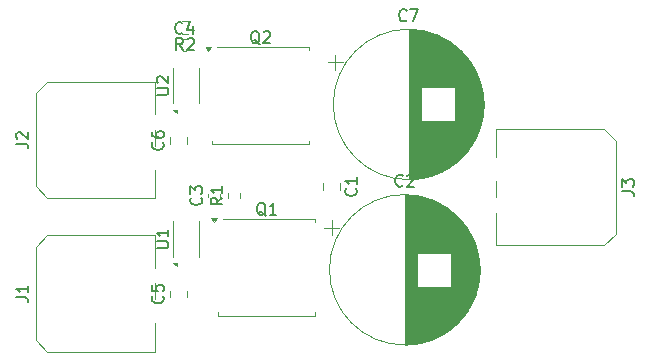
<source format=gbr>
%TF.GenerationSoftware,KiCad,Pcbnew,9.0.1*%
%TF.CreationDate,2025-07-02T15:08:06+02:00*%
%TF.ProjectId,BatteryBackup,42617474-6572-4794-9261-636b75702e6b,rev?*%
%TF.SameCoordinates,Original*%
%TF.FileFunction,Legend,Top*%
%TF.FilePolarity,Positive*%
%FSLAX46Y46*%
G04 Gerber Fmt 4.6, Leading zero omitted, Abs format (unit mm)*
G04 Created by KiCad (PCBNEW 9.0.1) date 2025-07-02 15:08:06*
%MOMM*%
%LPD*%
G01*
G04 APERTURE LIST*
%ADD10C,0.150000*%
%ADD11C,0.120000*%
G04 APERTURE END LIST*
D10*
X127299819Y-91333333D02*
X128014104Y-91333333D01*
X128014104Y-91333333D02*
X128156961Y-91380952D01*
X128156961Y-91380952D02*
X128252200Y-91476190D01*
X128252200Y-91476190D02*
X128299819Y-91619047D01*
X128299819Y-91619047D02*
X128299819Y-91714285D01*
X128299819Y-90333333D02*
X128299819Y-90904761D01*
X128299819Y-90619047D02*
X127299819Y-90619047D01*
X127299819Y-90619047D02*
X127442676Y-90714285D01*
X127442676Y-90714285D02*
X127537914Y-90809523D01*
X127537914Y-90809523D02*
X127585533Y-90904761D01*
X148404761Y-84435057D02*
X148309523Y-84387438D01*
X148309523Y-84387438D02*
X148214285Y-84292200D01*
X148214285Y-84292200D02*
X148071428Y-84149342D01*
X148071428Y-84149342D02*
X147976190Y-84101723D01*
X147976190Y-84101723D02*
X147880952Y-84101723D01*
X147928571Y-84339819D02*
X147833333Y-84292200D01*
X147833333Y-84292200D02*
X147738095Y-84196961D01*
X147738095Y-84196961D02*
X147690476Y-84006485D01*
X147690476Y-84006485D02*
X147690476Y-83673152D01*
X147690476Y-83673152D02*
X147738095Y-83482676D01*
X147738095Y-83482676D02*
X147833333Y-83387438D01*
X147833333Y-83387438D02*
X147928571Y-83339819D01*
X147928571Y-83339819D02*
X148119047Y-83339819D01*
X148119047Y-83339819D02*
X148214285Y-83387438D01*
X148214285Y-83387438D02*
X148309523Y-83482676D01*
X148309523Y-83482676D02*
X148357142Y-83673152D01*
X148357142Y-83673152D02*
X148357142Y-84006485D01*
X148357142Y-84006485D02*
X148309523Y-84196961D01*
X148309523Y-84196961D02*
X148214285Y-84292200D01*
X148214285Y-84292200D02*
X148119047Y-84339819D01*
X148119047Y-84339819D02*
X147928571Y-84339819D01*
X149309523Y-84339819D02*
X148738095Y-84339819D01*
X149023809Y-84339819D02*
X149023809Y-83339819D01*
X149023809Y-83339819D02*
X148928571Y-83482676D01*
X148928571Y-83482676D02*
X148833333Y-83577914D01*
X148833333Y-83577914D02*
X148738095Y-83625533D01*
X141408333Y-70384819D02*
X141075000Y-69908628D01*
X140836905Y-70384819D02*
X140836905Y-69384819D01*
X140836905Y-69384819D02*
X141217857Y-69384819D01*
X141217857Y-69384819D02*
X141313095Y-69432438D01*
X141313095Y-69432438D02*
X141360714Y-69480057D01*
X141360714Y-69480057D02*
X141408333Y-69575295D01*
X141408333Y-69575295D02*
X141408333Y-69718152D01*
X141408333Y-69718152D02*
X141360714Y-69813390D01*
X141360714Y-69813390D02*
X141313095Y-69861009D01*
X141313095Y-69861009D02*
X141217857Y-69908628D01*
X141217857Y-69908628D02*
X140836905Y-69908628D01*
X141789286Y-69480057D02*
X141836905Y-69432438D01*
X141836905Y-69432438D02*
X141932143Y-69384819D01*
X141932143Y-69384819D02*
X142170238Y-69384819D01*
X142170238Y-69384819D02*
X142265476Y-69432438D01*
X142265476Y-69432438D02*
X142313095Y-69480057D01*
X142313095Y-69480057D02*
X142360714Y-69575295D01*
X142360714Y-69575295D02*
X142360714Y-69670533D01*
X142360714Y-69670533D02*
X142313095Y-69813390D01*
X142313095Y-69813390D02*
X141741667Y-70384819D01*
X141741667Y-70384819D02*
X142360714Y-70384819D01*
X139679580Y-78216666D02*
X139727200Y-78264285D01*
X139727200Y-78264285D02*
X139774819Y-78407142D01*
X139774819Y-78407142D02*
X139774819Y-78502380D01*
X139774819Y-78502380D02*
X139727200Y-78645237D01*
X139727200Y-78645237D02*
X139631961Y-78740475D01*
X139631961Y-78740475D02*
X139536723Y-78788094D01*
X139536723Y-78788094D02*
X139346247Y-78835713D01*
X139346247Y-78835713D02*
X139203390Y-78835713D01*
X139203390Y-78835713D02*
X139012914Y-78788094D01*
X139012914Y-78788094D02*
X138917676Y-78740475D01*
X138917676Y-78740475D02*
X138822438Y-78645237D01*
X138822438Y-78645237D02*
X138774819Y-78502380D01*
X138774819Y-78502380D02*
X138774819Y-78407142D01*
X138774819Y-78407142D02*
X138822438Y-78264285D01*
X138822438Y-78264285D02*
X138870057Y-78216666D01*
X138774819Y-77359523D02*
X138774819Y-77549999D01*
X138774819Y-77549999D02*
X138822438Y-77645237D01*
X138822438Y-77645237D02*
X138870057Y-77692856D01*
X138870057Y-77692856D02*
X139012914Y-77788094D01*
X139012914Y-77788094D02*
X139203390Y-77835713D01*
X139203390Y-77835713D02*
X139584342Y-77835713D01*
X139584342Y-77835713D02*
X139679580Y-77788094D01*
X139679580Y-77788094D02*
X139727200Y-77740475D01*
X139727200Y-77740475D02*
X139774819Y-77645237D01*
X139774819Y-77645237D02*
X139774819Y-77454761D01*
X139774819Y-77454761D02*
X139727200Y-77359523D01*
X139727200Y-77359523D02*
X139679580Y-77311904D01*
X139679580Y-77311904D02*
X139584342Y-77264285D01*
X139584342Y-77264285D02*
X139346247Y-77264285D01*
X139346247Y-77264285D02*
X139251009Y-77311904D01*
X139251009Y-77311904D02*
X139203390Y-77359523D01*
X139203390Y-77359523D02*
X139155771Y-77454761D01*
X139155771Y-77454761D02*
X139155771Y-77645237D01*
X139155771Y-77645237D02*
X139203390Y-77740475D01*
X139203390Y-77740475D02*
X139251009Y-77788094D01*
X139251009Y-77788094D02*
X139346247Y-77835713D01*
X147904761Y-69900057D02*
X147809523Y-69852438D01*
X147809523Y-69852438D02*
X147714285Y-69757200D01*
X147714285Y-69757200D02*
X147571428Y-69614342D01*
X147571428Y-69614342D02*
X147476190Y-69566723D01*
X147476190Y-69566723D02*
X147380952Y-69566723D01*
X147428571Y-69804819D02*
X147333333Y-69757200D01*
X147333333Y-69757200D02*
X147238095Y-69661961D01*
X147238095Y-69661961D02*
X147190476Y-69471485D01*
X147190476Y-69471485D02*
X147190476Y-69138152D01*
X147190476Y-69138152D02*
X147238095Y-68947676D01*
X147238095Y-68947676D02*
X147333333Y-68852438D01*
X147333333Y-68852438D02*
X147428571Y-68804819D01*
X147428571Y-68804819D02*
X147619047Y-68804819D01*
X147619047Y-68804819D02*
X147714285Y-68852438D01*
X147714285Y-68852438D02*
X147809523Y-68947676D01*
X147809523Y-68947676D02*
X147857142Y-69138152D01*
X147857142Y-69138152D02*
X147857142Y-69471485D01*
X147857142Y-69471485D02*
X147809523Y-69661961D01*
X147809523Y-69661961D02*
X147714285Y-69757200D01*
X147714285Y-69757200D02*
X147619047Y-69804819D01*
X147619047Y-69804819D02*
X147428571Y-69804819D01*
X148238095Y-68900057D02*
X148285714Y-68852438D01*
X148285714Y-68852438D02*
X148380952Y-68804819D01*
X148380952Y-68804819D02*
X148619047Y-68804819D01*
X148619047Y-68804819D02*
X148714285Y-68852438D01*
X148714285Y-68852438D02*
X148761904Y-68900057D01*
X148761904Y-68900057D02*
X148809523Y-68995295D01*
X148809523Y-68995295D02*
X148809523Y-69090533D01*
X148809523Y-69090533D02*
X148761904Y-69233390D01*
X148761904Y-69233390D02*
X148190476Y-69804819D01*
X148190476Y-69804819D02*
X148809523Y-69804819D01*
X127299819Y-78333333D02*
X128014104Y-78333333D01*
X128014104Y-78333333D02*
X128156961Y-78380952D01*
X128156961Y-78380952D02*
X128252200Y-78476190D01*
X128252200Y-78476190D02*
X128299819Y-78619047D01*
X128299819Y-78619047D02*
X128299819Y-78714285D01*
X127395057Y-77904761D02*
X127347438Y-77857142D01*
X127347438Y-77857142D02*
X127299819Y-77761904D01*
X127299819Y-77761904D02*
X127299819Y-77523809D01*
X127299819Y-77523809D02*
X127347438Y-77428571D01*
X127347438Y-77428571D02*
X127395057Y-77380952D01*
X127395057Y-77380952D02*
X127490295Y-77333333D01*
X127490295Y-77333333D02*
X127585533Y-77333333D01*
X127585533Y-77333333D02*
X127728390Y-77380952D01*
X127728390Y-77380952D02*
X128299819Y-77952380D01*
X128299819Y-77952380D02*
X128299819Y-77333333D01*
X139679580Y-91216666D02*
X139727200Y-91264285D01*
X139727200Y-91264285D02*
X139774819Y-91407142D01*
X139774819Y-91407142D02*
X139774819Y-91502380D01*
X139774819Y-91502380D02*
X139727200Y-91645237D01*
X139727200Y-91645237D02*
X139631961Y-91740475D01*
X139631961Y-91740475D02*
X139536723Y-91788094D01*
X139536723Y-91788094D02*
X139346247Y-91835713D01*
X139346247Y-91835713D02*
X139203390Y-91835713D01*
X139203390Y-91835713D02*
X139012914Y-91788094D01*
X139012914Y-91788094D02*
X138917676Y-91740475D01*
X138917676Y-91740475D02*
X138822438Y-91645237D01*
X138822438Y-91645237D02*
X138774819Y-91502380D01*
X138774819Y-91502380D02*
X138774819Y-91407142D01*
X138774819Y-91407142D02*
X138822438Y-91264285D01*
X138822438Y-91264285D02*
X138870057Y-91216666D01*
X138774819Y-90311904D02*
X138774819Y-90788094D01*
X138774819Y-90788094D02*
X139251009Y-90835713D01*
X139251009Y-90835713D02*
X139203390Y-90788094D01*
X139203390Y-90788094D02*
X139155771Y-90692856D01*
X139155771Y-90692856D02*
X139155771Y-90454761D01*
X139155771Y-90454761D02*
X139203390Y-90359523D01*
X139203390Y-90359523D02*
X139251009Y-90311904D01*
X139251009Y-90311904D02*
X139346247Y-90264285D01*
X139346247Y-90264285D02*
X139584342Y-90264285D01*
X139584342Y-90264285D02*
X139679580Y-90311904D01*
X139679580Y-90311904D02*
X139727200Y-90359523D01*
X139727200Y-90359523D02*
X139774819Y-90454761D01*
X139774819Y-90454761D02*
X139774819Y-90692856D01*
X139774819Y-90692856D02*
X139727200Y-90788094D01*
X139727200Y-90788094D02*
X139679580Y-90835713D01*
X178574819Y-82333333D02*
X179289104Y-82333333D01*
X179289104Y-82333333D02*
X179431961Y-82380952D01*
X179431961Y-82380952D02*
X179527200Y-82476190D01*
X179527200Y-82476190D02*
X179574819Y-82619047D01*
X179574819Y-82619047D02*
X179574819Y-82714285D01*
X178574819Y-81952380D02*
X178574819Y-81333333D01*
X178574819Y-81333333D02*
X178955771Y-81666666D01*
X178955771Y-81666666D02*
X178955771Y-81523809D01*
X178955771Y-81523809D02*
X179003390Y-81428571D01*
X179003390Y-81428571D02*
X179051009Y-81380952D01*
X179051009Y-81380952D02*
X179146247Y-81333333D01*
X179146247Y-81333333D02*
X179384342Y-81333333D01*
X179384342Y-81333333D02*
X179479580Y-81380952D01*
X179479580Y-81380952D02*
X179527200Y-81428571D01*
X179527200Y-81428571D02*
X179574819Y-81523809D01*
X179574819Y-81523809D02*
X179574819Y-81809523D01*
X179574819Y-81809523D02*
X179527200Y-81904761D01*
X179527200Y-81904761D02*
X179479580Y-81952380D01*
X142929580Y-82891666D02*
X142977200Y-82939285D01*
X142977200Y-82939285D02*
X143024819Y-83082142D01*
X143024819Y-83082142D02*
X143024819Y-83177380D01*
X143024819Y-83177380D02*
X142977200Y-83320237D01*
X142977200Y-83320237D02*
X142881961Y-83415475D01*
X142881961Y-83415475D02*
X142786723Y-83463094D01*
X142786723Y-83463094D02*
X142596247Y-83510713D01*
X142596247Y-83510713D02*
X142453390Y-83510713D01*
X142453390Y-83510713D02*
X142262914Y-83463094D01*
X142262914Y-83463094D02*
X142167676Y-83415475D01*
X142167676Y-83415475D02*
X142072438Y-83320237D01*
X142072438Y-83320237D02*
X142024819Y-83177380D01*
X142024819Y-83177380D02*
X142024819Y-83082142D01*
X142024819Y-83082142D02*
X142072438Y-82939285D01*
X142072438Y-82939285D02*
X142120057Y-82891666D01*
X142024819Y-82558332D02*
X142024819Y-81939285D01*
X142024819Y-81939285D02*
X142405771Y-82272618D01*
X142405771Y-82272618D02*
X142405771Y-82129761D01*
X142405771Y-82129761D02*
X142453390Y-82034523D01*
X142453390Y-82034523D02*
X142501009Y-81986904D01*
X142501009Y-81986904D02*
X142596247Y-81939285D01*
X142596247Y-81939285D02*
X142834342Y-81939285D01*
X142834342Y-81939285D02*
X142929580Y-81986904D01*
X142929580Y-81986904D02*
X142977200Y-82034523D01*
X142977200Y-82034523D02*
X143024819Y-82129761D01*
X143024819Y-82129761D02*
X143024819Y-82415475D01*
X143024819Y-82415475D02*
X142977200Y-82510713D01*
X142977200Y-82510713D02*
X142929580Y-82558332D01*
X141358333Y-68929580D02*
X141310714Y-68977200D01*
X141310714Y-68977200D02*
X141167857Y-69024819D01*
X141167857Y-69024819D02*
X141072619Y-69024819D01*
X141072619Y-69024819D02*
X140929762Y-68977200D01*
X140929762Y-68977200D02*
X140834524Y-68881961D01*
X140834524Y-68881961D02*
X140786905Y-68786723D01*
X140786905Y-68786723D02*
X140739286Y-68596247D01*
X140739286Y-68596247D02*
X140739286Y-68453390D01*
X140739286Y-68453390D02*
X140786905Y-68262914D01*
X140786905Y-68262914D02*
X140834524Y-68167676D01*
X140834524Y-68167676D02*
X140929762Y-68072438D01*
X140929762Y-68072438D02*
X141072619Y-68024819D01*
X141072619Y-68024819D02*
X141167857Y-68024819D01*
X141167857Y-68024819D02*
X141310714Y-68072438D01*
X141310714Y-68072438D02*
X141358333Y-68120057D01*
X142215476Y-68358152D02*
X142215476Y-69024819D01*
X141977381Y-67977200D02*
X141739286Y-68691485D01*
X141739286Y-68691485D02*
X142358333Y-68691485D01*
X160009374Y-81859580D02*
X159961755Y-81907200D01*
X159961755Y-81907200D02*
X159818898Y-81954819D01*
X159818898Y-81954819D02*
X159723660Y-81954819D01*
X159723660Y-81954819D02*
X159580803Y-81907200D01*
X159580803Y-81907200D02*
X159485565Y-81811961D01*
X159485565Y-81811961D02*
X159437946Y-81716723D01*
X159437946Y-81716723D02*
X159390327Y-81526247D01*
X159390327Y-81526247D02*
X159390327Y-81383390D01*
X159390327Y-81383390D02*
X159437946Y-81192914D01*
X159437946Y-81192914D02*
X159485565Y-81097676D01*
X159485565Y-81097676D02*
X159580803Y-81002438D01*
X159580803Y-81002438D02*
X159723660Y-80954819D01*
X159723660Y-80954819D02*
X159818898Y-80954819D01*
X159818898Y-80954819D02*
X159961755Y-81002438D01*
X159961755Y-81002438D02*
X160009374Y-81050057D01*
X160390327Y-81050057D02*
X160437946Y-81002438D01*
X160437946Y-81002438D02*
X160533184Y-80954819D01*
X160533184Y-80954819D02*
X160771279Y-80954819D01*
X160771279Y-80954819D02*
X160866517Y-81002438D01*
X160866517Y-81002438D02*
X160914136Y-81050057D01*
X160914136Y-81050057D02*
X160961755Y-81145295D01*
X160961755Y-81145295D02*
X160961755Y-81240533D01*
X160961755Y-81240533D02*
X160914136Y-81383390D01*
X160914136Y-81383390D02*
X160342708Y-81954819D01*
X160342708Y-81954819D02*
X160961755Y-81954819D01*
X144749819Y-82891666D02*
X144273628Y-83224999D01*
X144749819Y-83463094D02*
X143749819Y-83463094D01*
X143749819Y-83463094D02*
X143749819Y-83082142D01*
X143749819Y-83082142D02*
X143797438Y-82986904D01*
X143797438Y-82986904D02*
X143845057Y-82939285D01*
X143845057Y-82939285D02*
X143940295Y-82891666D01*
X143940295Y-82891666D02*
X144083152Y-82891666D01*
X144083152Y-82891666D02*
X144178390Y-82939285D01*
X144178390Y-82939285D02*
X144226009Y-82986904D01*
X144226009Y-82986904D02*
X144273628Y-83082142D01*
X144273628Y-83082142D02*
X144273628Y-83463094D01*
X144749819Y-81939285D02*
X144749819Y-82510713D01*
X144749819Y-82224999D02*
X143749819Y-82224999D01*
X143749819Y-82224999D02*
X143892676Y-82320237D01*
X143892676Y-82320237D02*
X143987914Y-82415475D01*
X143987914Y-82415475D02*
X144035533Y-82510713D01*
X139164819Y-87171904D02*
X139974342Y-87171904D01*
X139974342Y-87171904D02*
X140069580Y-87124285D01*
X140069580Y-87124285D02*
X140117200Y-87076666D01*
X140117200Y-87076666D02*
X140164819Y-86981428D01*
X140164819Y-86981428D02*
X140164819Y-86790952D01*
X140164819Y-86790952D02*
X140117200Y-86695714D01*
X140117200Y-86695714D02*
X140069580Y-86648095D01*
X140069580Y-86648095D02*
X139974342Y-86600476D01*
X139974342Y-86600476D02*
X139164819Y-86600476D01*
X140164819Y-85600476D02*
X140164819Y-86171904D01*
X140164819Y-85886190D02*
X139164819Y-85886190D01*
X139164819Y-85886190D02*
X139307676Y-85981428D01*
X139307676Y-85981428D02*
X139402914Y-86076666D01*
X139402914Y-86076666D02*
X139450533Y-86171904D01*
X139164819Y-74171904D02*
X139974342Y-74171904D01*
X139974342Y-74171904D02*
X140069580Y-74124285D01*
X140069580Y-74124285D02*
X140117200Y-74076666D01*
X140117200Y-74076666D02*
X140164819Y-73981428D01*
X140164819Y-73981428D02*
X140164819Y-73790952D01*
X140164819Y-73790952D02*
X140117200Y-73695714D01*
X140117200Y-73695714D02*
X140069580Y-73648095D01*
X140069580Y-73648095D02*
X139974342Y-73600476D01*
X139974342Y-73600476D02*
X139164819Y-73600476D01*
X139260057Y-73171904D02*
X139212438Y-73124285D01*
X139212438Y-73124285D02*
X139164819Y-73029047D01*
X139164819Y-73029047D02*
X139164819Y-72790952D01*
X139164819Y-72790952D02*
X139212438Y-72695714D01*
X139212438Y-72695714D02*
X139260057Y-72648095D01*
X139260057Y-72648095D02*
X139355295Y-72600476D01*
X139355295Y-72600476D02*
X139450533Y-72600476D01*
X139450533Y-72600476D02*
X139593390Y-72648095D01*
X139593390Y-72648095D02*
X140164819Y-73219523D01*
X140164819Y-73219523D02*
X140164819Y-72600476D01*
X160333333Y-67859580D02*
X160285714Y-67907200D01*
X160285714Y-67907200D02*
X160142857Y-67954819D01*
X160142857Y-67954819D02*
X160047619Y-67954819D01*
X160047619Y-67954819D02*
X159904762Y-67907200D01*
X159904762Y-67907200D02*
X159809524Y-67811961D01*
X159809524Y-67811961D02*
X159761905Y-67716723D01*
X159761905Y-67716723D02*
X159714286Y-67526247D01*
X159714286Y-67526247D02*
X159714286Y-67383390D01*
X159714286Y-67383390D02*
X159761905Y-67192914D01*
X159761905Y-67192914D02*
X159809524Y-67097676D01*
X159809524Y-67097676D02*
X159904762Y-67002438D01*
X159904762Y-67002438D02*
X160047619Y-66954819D01*
X160047619Y-66954819D02*
X160142857Y-66954819D01*
X160142857Y-66954819D02*
X160285714Y-67002438D01*
X160285714Y-67002438D02*
X160333333Y-67050057D01*
X160666667Y-66954819D02*
X161333333Y-66954819D01*
X161333333Y-66954819D02*
X160904762Y-67954819D01*
X156039580Y-82116666D02*
X156087200Y-82164285D01*
X156087200Y-82164285D02*
X156134819Y-82307142D01*
X156134819Y-82307142D02*
X156134819Y-82402380D01*
X156134819Y-82402380D02*
X156087200Y-82545237D01*
X156087200Y-82545237D02*
X155991961Y-82640475D01*
X155991961Y-82640475D02*
X155896723Y-82688094D01*
X155896723Y-82688094D02*
X155706247Y-82735713D01*
X155706247Y-82735713D02*
X155563390Y-82735713D01*
X155563390Y-82735713D02*
X155372914Y-82688094D01*
X155372914Y-82688094D02*
X155277676Y-82640475D01*
X155277676Y-82640475D02*
X155182438Y-82545237D01*
X155182438Y-82545237D02*
X155134819Y-82402380D01*
X155134819Y-82402380D02*
X155134819Y-82307142D01*
X155134819Y-82307142D02*
X155182438Y-82164285D01*
X155182438Y-82164285D02*
X155230057Y-82116666D01*
X156134819Y-81164285D02*
X156134819Y-81735713D01*
X156134819Y-81449999D02*
X155134819Y-81449999D01*
X155134819Y-81449999D02*
X155277676Y-81545237D01*
X155277676Y-81545237D02*
X155372914Y-81640475D01*
X155372914Y-81640475D02*
X155420533Y-81735713D01*
D11*
%TO.C,J1*%
X128935000Y-87065000D02*
X129935000Y-86065000D01*
X128935000Y-94935000D02*
X128935000Y-87065000D01*
X129935000Y-86065000D02*
X139055000Y-86065000D01*
X129935000Y-95935000D02*
X128935000Y-94935000D01*
X139055000Y-86065000D02*
X139055000Y-88848233D01*
X139055000Y-91490000D02*
X139055000Y-90151767D01*
X139055000Y-95935000D02*
X129935000Y-95935000D01*
X139055000Y-95935000D02*
X139055000Y-93510000D01*
%TO.C,Q1*%
X144390000Y-92615000D02*
X144390000Y-92895000D01*
X152610000Y-84675000D02*
X144760000Y-84675000D01*
X152610000Y-84955000D02*
X152610000Y-84675000D01*
X152610000Y-92615000D02*
X152610000Y-92895000D01*
X152610000Y-92895000D02*
X144390000Y-92895000D01*
X144060000Y-84975000D02*
X143820000Y-84645000D01*
X144300000Y-84645000D01*
X144060000Y-84975000D01*
G36*
X144060000Y-84975000D02*
G01*
X143820000Y-84645000D01*
X144300000Y-84645000D01*
X144060000Y-84975000D01*
G37*
%TO.C,R2*%
X141812258Y-67977500D02*
X141337742Y-67977500D01*
X141812258Y-69022500D02*
X141337742Y-69022500D01*
%TO.C,C6*%
X140265000Y-78311252D02*
X140265000Y-77788748D01*
X141735000Y-78311252D02*
X141735000Y-77788748D01*
%TO.C,Q2*%
X143890000Y-78080000D02*
X143890000Y-78360000D01*
X152110000Y-70140000D02*
X144260000Y-70140000D01*
X152110000Y-70420000D02*
X152110000Y-70140000D01*
X152110000Y-78080000D02*
X152110000Y-78360000D01*
X152110000Y-78360000D02*
X143890000Y-78360000D01*
X143560000Y-70440000D02*
X143320000Y-70110000D01*
X143800000Y-70110000D01*
X143560000Y-70440000D01*
G36*
X143560000Y-70440000D02*
G01*
X143320000Y-70110000D01*
X143800000Y-70110000D01*
X143560000Y-70440000D01*
G37*
%TO.C,J2*%
X128935000Y-74065000D02*
X129935000Y-73065000D01*
X128935000Y-81935000D02*
X128935000Y-74065000D01*
X129935000Y-73065000D02*
X139055000Y-73065000D01*
X129935000Y-82935000D02*
X128935000Y-81935000D01*
X139055000Y-73065000D02*
X139055000Y-75848233D01*
X139055000Y-78490000D02*
X139055000Y-77151767D01*
X139055000Y-82935000D02*
X129935000Y-82935000D01*
X139055000Y-82935000D02*
X139055000Y-80510000D01*
%TO.C,C5*%
X140265000Y-91311252D02*
X140265000Y-90788748D01*
X141735000Y-91311252D02*
X141735000Y-90788748D01*
%TO.C,J3*%
X167910000Y-77065000D02*
X167910000Y-79490000D01*
X167910000Y-77065000D02*
X177030000Y-77065000D01*
X167910000Y-81510000D02*
X167910000Y-82848233D01*
X167910000Y-86935000D02*
X167910000Y-84151767D01*
X177030000Y-77065000D02*
X178030000Y-78065000D01*
X177030000Y-86935000D02*
X167910000Y-86935000D01*
X178030000Y-78065000D02*
X178030000Y-85935000D01*
X178030000Y-85935000D02*
X177030000Y-86935000D01*
%TO.C,C3*%
X143490000Y-82865580D02*
X143490000Y-82584420D01*
X144510000Y-82865580D02*
X144510000Y-82584420D01*
%TO.C,C4*%
X141384420Y-69490000D02*
X141665580Y-69490000D01*
X141384420Y-70510000D02*
X141665580Y-70510000D01*
%TO.C,C2*%
X153358959Y-85425000D02*
X154608959Y-85425000D01*
X153983959Y-84800000D02*
X153983959Y-86050000D01*
X160176041Y-82670000D02*
X160176041Y-95330000D01*
X160216041Y-82670000D02*
X160216041Y-95330000D01*
X160256041Y-82671000D02*
X160256041Y-95329000D01*
X160296041Y-82671000D02*
X160296041Y-95329000D01*
X160336041Y-82672000D02*
X160336041Y-95328000D01*
X160376041Y-82673000D02*
X160376041Y-95327000D01*
X160416041Y-82675000D02*
X160416041Y-95325000D01*
X160456041Y-82676000D02*
X160456041Y-95324000D01*
X160496041Y-82678000D02*
X160496041Y-95322000D01*
X160536041Y-82680000D02*
X160536041Y-95320000D01*
X160576041Y-82683000D02*
X160576041Y-95317000D01*
X160616041Y-82685000D02*
X160616041Y-95315000D01*
X160656041Y-82688000D02*
X160656041Y-95312000D01*
X160696041Y-82691000D02*
X160696041Y-95309000D01*
X160736041Y-82695000D02*
X160736041Y-95305000D01*
X160776041Y-82698000D02*
X160776041Y-95302000D01*
X160816041Y-82702000D02*
X160816041Y-95298000D01*
X160856041Y-82706000D02*
X160856041Y-95294000D01*
X160896041Y-82711000D02*
X160896041Y-95289000D01*
X160936041Y-82716000D02*
X160936041Y-95284000D01*
X160976041Y-82720000D02*
X160976041Y-95280000D01*
X161016041Y-82726000D02*
X161016041Y-95274000D01*
X161056041Y-82731000D02*
X161056041Y-95269000D01*
X161096041Y-82737000D02*
X161096041Y-95263000D01*
X161136041Y-82743000D02*
X161136041Y-95257000D01*
X161176041Y-82749000D02*
X161176041Y-95251000D01*
X161216041Y-82755000D02*
X161216041Y-95245000D01*
X161256041Y-82762000D02*
X161256041Y-87560000D01*
X161256041Y-90440000D02*
X161256041Y-95238000D01*
X161296041Y-82769000D02*
X161296041Y-87560000D01*
X161296041Y-90440000D02*
X161296041Y-95231000D01*
X161336041Y-82777000D02*
X161336041Y-87560000D01*
X161336041Y-90440000D02*
X161336041Y-95223000D01*
X161376041Y-82784000D02*
X161376041Y-87560000D01*
X161376041Y-90440000D02*
X161376041Y-95216000D01*
X161416041Y-82792000D02*
X161416041Y-87560000D01*
X161416041Y-90440000D02*
X161416041Y-95208000D01*
X161456041Y-82800000D02*
X161456041Y-87560000D01*
X161456041Y-90440000D02*
X161456041Y-95200000D01*
X161496041Y-82808000D02*
X161496041Y-87560000D01*
X161496041Y-90440000D02*
X161496041Y-95192000D01*
X161536041Y-82817000D02*
X161536041Y-87560000D01*
X161536041Y-90440000D02*
X161536041Y-95183000D01*
X161576041Y-82826000D02*
X161576041Y-87560000D01*
X161576041Y-90440000D02*
X161576041Y-95174000D01*
X161616041Y-82835000D02*
X161616041Y-87560000D01*
X161616041Y-90440000D02*
X161616041Y-95165000D01*
X161656041Y-82844000D02*
X161656041Y-87560000D01*
X161656041Y-90440000D02*
X161656041Y-95156000D01*
X161696041Y-82854000D02*
X161696041Y-87560000D01*
X161696041Y-90440000D02*
X161696041Y-95146000D01*
X161736041Y-82864000D02*
X161736041Y-87560000D01*
X161736041Y-90440000D02*
X161736041Y-95136000D01*
X161776041Y-82874000D02*
X161776041Y-87560000D01*
X161776041Y-90440000D02*
X161776041Y-95126000D01*
X161816041Y-82885000D02*
X161816041Y-87560000D01*
X161816041Y-90440000D02*
X161816041Y-95115000D01*
X161856041Y-82896000D02*
X161856041Y-87560000D01*
X161856041Y-90440000D02*
X161856041Y-95104000D01*
X161896041Y-82907000D02*
X161896041Y-87560000D01*
X161896041Y-90440000D02*
X161896041Y-95093000D01*
X161936041Y-82918000D02*
X161936041Y-87560000D01*
X161936041Y-90440000D02*
X161936041Y-95082000D01*
X161976041Y-82930000D02*
X161976041Y-87560000D01*
X161976041Y-90440000D02*
X161976041Y-95070000D01*
X162016041Y-82942000D02*
X162016041Y-87560000D01*
X162016041Y-90440000D02*
X162016041Y-95058000D01*
X162056041Y-82954000D02*
X162056041Y-87560000D01*
X162056041Y-90440000D02*
X162056041Y-95046000D01*
X162096041Y-82966000D02*
X162096041Y-87560000D01*
X162096041Y-90440000D02*
X162096041Y-95034000D01*
X162136041Y-82979000D02*
X162136041Y-87560000D01*
X162136041Y-90440000D02*
X162136041Y-95021000D01*
X162176041Y-82992000D02*
X162176041Y-87560000D01*
X162176041Y-90440000D02*
X162176041Y-95008000D01*
X162216041Y-83005000D02*
X162216041Y-87560000D01*
X162216041Y-90440000D02*
X162216041Y-94995000D01*
X162256041Y-83019000D02*
X162256041Y-87560000D01*
X162256041Y-90440000D02*
X162256041Y-94981000D01*
X162296041Y-83033000D02*
X162296041Y-87560000D01*
X162296041Y-90440000D02*
X162296041Y-94967000D01*
X162336041Y-83047000D02*
X162336041Y-87560000D01*
X162336041Y-90440000D02*
X162336041Y-94953000D01*
X162376041Y-83062000D02*
X162376041Y-87560000D01*
X162376041Y-90440000D02*
X162376041Y-94938000D01*
X162416041Y-83077000D02*
X162416041Y-87560000D01*
X162416041Y-90440000D02*
X162416041Y-94923000D01*
X162456041Y-83092000D02*
X162456041Y-87560000D01*
X162456041Y-90440000D02*
X162456041Y-94908000D01*
X162496041Y-83108000D02*
X162496041Y-87560000D01*
X162496041Y-90440000D02*
X162496041Y-94892000D01*
X162536041Y-83123000D02*
X162536041Y-87560000D01*
X162536041Y-90440000D02*
X162536041Y-94877000D01*
X162576041Y-83139000D02*
X162576041Y-87560000D01*
X162576041Y-90440000D02*
X162576041Y-94861000D01*
X162616041Y-83156000D02*
X162616041Y-87560000D01*
X162616041Y-90440000D02*
X162616041Y-94844000D01*
X162656041Y-83173000D02*
X162656041Y-87560000D01*
X162656041Y-90440000D02*
X162656041Y-94827000D01*
X162696041Y-83190000D02*
X162696041Y-87560000D01*
X162696041Y-90440000D02*
X162696041Y-94810000D01*
X162736041Y-83207000D02*
X162736041Y-87560000D01*
X162736041Y-90440000D02*
X162736041Y-94793000D01*
X162776041Y-83225000D02*
X162776041Y-87560000D01*
X162776041Y-90440000D02*
X162776041Y-94775000D01*
X162816041Y-83243000D02*
X162816041Y-87560000D01*
X162816041Y-90440000D02*
X162816041Y-94757000D01*
X162856041Y-83261000D02*
X162856041Y-87560000D01*
X162856041Y-90440000D02*
X162856041Y-94739000D01*
X162896041Y-83280000D02*
X162896041Y-87560000D01*
X162896041Y-90440000D02*
X162896041Y-94720000D01*
X162936041Y-83299000D02*
X162936041Y-87560000D01*
X162936041Y-90440000D02*
X162936041Y-94701000D01*
X162976041Y-83318000D02*
X162976041Y-87560000D01*
X162976041Y-90440000D02*
X162976041Y-94682000D01*
X163016041Y-83338000D02*
X163016041Y-87560000D01*
X163016041Y-90440000D02*
X163016041Y-94662000D01*
X163056041Y-83358000D02*
X163056041Y-87560000D01*
X163056041Y-90440000D02*
X163056041Y-94642000D01*
X163096041Y-83379000D02*
X163096041Y-87560000D01*
X163096041Y-90440000D02*
X163096041Y-94621000D01*
X163136041Y-83399000D02*
X163136041Y-87560000D01*
X163136041Y-90440000D02*
X163136041Y-94601000D01*
X163176041Y-83421000D02*
X163176041Y-87560000D01*
X163176041Y-90440000D02*
X163176041Y-94579000D01*
X163216041Y-83442000D02*
X163216041Y-87560000D01*
X163216041Y-90440000D02*
X163216041Y-94558000D01*
X163256041Y-83464000D02*
X163256041Y-87560000D01*
X163256041Y-90440000D02*
X163256041Y-94536000D01*
X163296041Y-83486000D02*
X163296041Y-87560000D01*
X163296041Y-90440000D02*
X163296041Y-94514000D01*
X163336041Y-83509000D02*
X163336041Y-87560000D01*
X163336041Y-90440000D02*
X163336041Y-94491000D01*
X163376041Y-83532000D02*
X163376041Y-87560000D01*
X163376041Y-90440000D02*
X163376041Y-94468000D01*
X163416041Y-83556000D02*
X163416041Y-87560000D01*
X163416041Y-90440000D02*
X163416041Y-94444000D01*
X163456041Y-83579000D02*
X163456041Y-87560000D01*
X163456041Y-90440000D02*
X163456041Y-94421000D01*
X163496041Y-83604000D02*
X163496041Y-87560000D01*
X163496041Y-90440000D02*
X163496041Y-94396000D01*
X163536041Y-83628000D02*
X163536041Y-87560000D01*
X163536041Y-90440000D02*
X163536041Y-94372000D01*
X163576041Y-83653000D02*
X163576041Y-87560000D01*
X163576041Y-90440000D02*
X163576041Y-94347000D01*
X163616041Y-83679000D02*
X163616041Y-87560000D01*
X163616041Y-90440000D02*
X163616041Y-94321000D01*
X163656041Y-83705000D02*
X163656041Y-87560000D01*
X163656041Y-90440000D02*
X163656041Y-94295000D01*
X163696041Y-83731000D02*
X163696041Y-87560000D01*
X163696041Y-90440000D02*
X163696041Y-94269000D01*
X163736041Y-83758000D02*
X163736041Y-87560000D01*
X163736041Y-90440000D02*
X163736041Y-94242000D01*
X163776041Y-83785000D02*
X163776041Y-87560000D01*
X163776041Y-90440000D02*
X163776041Y-94215000D01*
X163816041Y-83812000D02*
X163816041Y-87560000D01*
X163816041Y-90440000D02*
X163816041Y-94188000D01*
X163856041Y-83841000D02*
X163856041Y-87560000D01*
X163856041Y-90440000D02*
X163856041Y-94159000D01*
X163896041Y-83869000D02*
X163896041Y-87560000D01*
X163896041Y-90440000D02*
X163896041Y-94131000D01*
X163936041Y-83898000D02*
X163936041Y-87560000D01*
X163936041Y-90440000D02*
X163936041Y-94102000D01*
X163976041Y-83928000D02*
X163976041Y-87560000D01*
X163976041Y-90440000D02*
X163976041Y-94072000D01*
X164016041Y-83958000D02*
X164016041Y-87560000D01*
X164016041Y-90440000D02*
X164016041Y-94042000D01*
X164056041Y-83988000D02*
X164056041Y-87560000D01*
X164056041Y-90440000D02*
X164056041Y-94012000D01*
X164096041Y-84019000D02*
X164096041Y-87560000D01*
X164096041Y-90440000D02*
X164096041Y-93981000D01*
X164136041Y-84050000D02*
X164136041Y-93950000D01*
X164176041Y-84082000D02*
X164176041Y-93918000D01*
X164216041Y-84115000D02*
X164216041Y-93885000D01*
X164256041Y-84148000D02*
X164256041Y-93852000D01*
X164296041Y-84182000D02*
X164296041Y-93818000D01*
X164336041Y-84216000D02*
X164336041Y-93784000D01*
X164376041Y-84251000D02*
X164376041Y-93749000D01*
X164416041Y-84286000D02*
X164416041Y-93714000D01*
X164456041Y-84322000D02*
X164456041Y-93678000D01*
X164496041Y-84359000D02*
X164496041Y-93641000D01*
X164536041Y-84396000D02*
X164536041Y-93604000D01*
X164576041Y-84434000D02*
X164576041Y-93566000D01*
X164616041Y-84472000D02*
X164616041Y-93528000D01*
X164656041Y-84512000D02*
X164656041Y-93488000D01*
X164696041Y-84552000D02*
X164696041Y-93448000D01*
X164736041Y-84592000D02*
X164736041Y-93408000D01*
X164776041Y-84634000D02*
X164776041Y-93366000D01*
X164816041Y-84676000D02*
X164816041Y-93324000D01*
X164856041Y-84719000D02*
X164856041Y-93281000D01*
X164896041Y-84762000D02*
X164896041Y-93238000D01*
X164936041Y-84807000D02*
X164936041Y-93193000D01*
X164976041Y-84852000D02*
X164976041Y-93148000D01*
X165016041Y-84899000D02*
X165016041Y-93101000D01*
X165056041Y-84946000D02*
X165056041Y-93054000D01*
X165096041Y-84994000D02*
X165096041Y-93006000D01*
X165136041Y-85043000D02*
X165136041Y-92957000D01*
X165176041Y-85093000D02*
X165176041Y-92907000D01*
X165216041Y-85144000D02*
X165216041Y-92856000D01*
X165256041Y-85197000D02*
X165256041Y-92803000D01*
X165296041Y-85250000D02*
X165296041Y-92750000D01*
X165336041Y-85305000D02*
X165336041Y-92695000D01*
X165376041Y-85361000D02*
X165376041Y-92639000D01*
X165416041Y-85418000D02*
X165416041Y-92582000D01*
X165456041Y-85477000D02*
X165456041Y-92523000D01*
X165496041Y-85537000D02*
X165496041Y-92463000D01*
X165536041Y-85598000D02*
X165536041Y-92402000D01*
X165576041Y-85661000D02*
X165576041Y-92339000D01*
X165616041Y-85726000D02*
X165616041Y-92274000D01*
X165656041Y-85792000D02*
X165656041Y-92208000D01*
X165696041Y-85861000D02*
X165696041Y-92139000D01*
X165736041Y-85931000D02*
X165736041Y-92069000D01*
X165776041Y-86004000D02*
X165776041Y-91996000D01*
X165816041Y-86079000D02*
X165816041Y-91921000D01*
X165856041Y-86157000D02*
X165856041Y-91843000D01*
X165896041Y-86237000D02*
X165896041Y-91763000D01*
X165936041Y-86320000D02*
X165936041Y-91680000D01*
X165976041Y-86406000D02*
X165976041Y-91594000D01*
X166016041Y-86496000D02*
X166016041Y-91504000D01*
X166056041Y-86590000D02*
X166056041Y-91410000D01*
X166096041Y-86688000D02*
X166096041Y-91312000D01*
X166136041Y-86792000D02*
X166136041Y-91208000D01*
X166176041Y-86901000D02*
X166176041Y-91099000D01*
X166216041Y-87016000D02*
X166216041Y-90984000D01*
X166256041Y-87140000D02*
X166256041Y-90860000D01*
X166296041Y-87273000D02*
X166296041Y-90727000D01*
X166336041Y-87418000D02*
X166336041Y-90582000D01*
X166376041Y-87578000D02*
X166376041Y-90422000D01*
X166416041Y-87760000D02*
X166416041Y-90240000D01*
X166456041Y-87973000D02*
X166456041Y-90027000D01*
X166496041Y-88243000D02*
X166496041Y-89757000D01*
X166536041Y-88683000D02*
X166536041Y-89317000D01*
X166546041Y-89000000D02*
G75*
G02*
X153806041Y-89000000I-6370000J0D01*
G01*
X153806041Y-89000000D02*
G75*
G02*
X166546041Y-89000000I6370000J0D01*
G01*
%TO.C,R1*%
X145202500Y-82962258D02*
X145202500Y-82487742D01*
X146247500Y-82962258D02*
X146247500Y-82487742D01*
%TO.C,U1*%
X140550000Y-87910000D02*
X140550000Y-84910000D01*
X142770000Y-87910000D02*
X142770000Y-84910000D01*
X140860000Y-88710000D02*
X140580000Y-88430000D01*
X140860000Y-88430000D01*
X140860000Y-88710000D01*
G36*
X140860000Y-88710000D02*
G01*
X140580000Y-88430000D01*
X140860000Y-88430000D01*
X140860000Y-88710000D01*
G37*
%TO.C,U2*%
X140550000Y-74910000D02*
X140550000Y-71910000D01*
X142770000Y-74910000D02*
X142770000Y-71910000D01*
X140860000Y-75710000D02*
X140580000Y-75430000D01*
X140860000Y-75430000D01*
X140860000Y-75710000D01*
G36*
X140860000Y-75710000D02*
G01*
X140580000Y-75430000D01*
X140860000Y-75430000D01*
X140860000Y-75710000D01*
G37*
%TO.C,C7*%
X153682918Y-71425000D02*
X154932918Y-71425000D01*
X154307918Y-70800000D02*
X154307918Y-72050000D01*
X160500000Y-68670000D02*
X160500000Y-81330000D01*
X160540000Y-68670000D02*
X160540000Y-81330000D01*
X160580000Y-68671000D02*
X160580000Y-81329000D01*
X160620000Y-68671000D02*
X160620000Y-81329000D01*
X160660000Y-68672000D02*
X160660000Y-81328000D01*
X160700000Y-68673000D02*
X160700000Y-81327000D01*
X160740000Y-68675000D02*
X160740000Y-81325000D01*
X160780000Y-68676000D02*
X160780000Y-81324000D01*
X160820000Y-68678000D02*
X160820000Y-81322000D01*
X160860000Y-68680000D02*
X160860000Y-81320000D01*
X160900000Y-68683000D02*
X160900000Y-81317000D01*
X160940000Y-68685000D02*
X160940000Y-81315000D01*
X160980000Y-68688000D02*
X160980000Y-81312000D01*
X161020000Y-68691000D02*
X161020000Y-81309000D01*
X161060000Y-68695000D02*
X161060000Y-81305000D01*
X161100000Y-68698000D02*
X161100000Y-81302000D01*
X161140000Y-68702000D02*
X161140000Y-81298000D01*
X161180000Y-68706000D02*
X161180000Y-81294000D01*
X161220000Y-68711000D02*
X161220000Y-81289000D01*
X161260000Y-68716000D02*
X161260000Y-81284000D01*
X161300000Y-68720000D02*
X161300000Y-81280000D01*
X161340000Y-68726000D02*
X161340000Y-81274000D01*
X161380000Y-68731000D02*
X161380000Y-81269000D01*
X161420000Y-68737000D02*
X161420000Y-81263000D01*
X161460000Y-68743000D02*
X161460000Y-81257000D01*
X161500000Y-68749000D02*
X161500000Y-81251000D01*
X161540000Y-68755000D02*
X161540000Y-81245000D01*
X161580000Y-68762000D02*
X161580000Y-73560000D01*
X161580000Y-76440000D02*
X161580000Y-81238000D01*
X161620000Y-68769000D02*
X161620000Y-73560000D01*
X161620000Y-76440000D02*
X161620000Y-81231000D01*
X161660000Y-68777000D02*
X161660000Y-73560000D01*
X161660000Y-76440000D02*
X161660000Y-81223000D01*
X161700000Y-68784000D02*
X161700000Y-73560000D01*
X161700000Y-76440000D02*
X161700000Y-81216000D01*
X161740000Y-68792000D02*
X161740000Y-73560000D01*
X161740000Y-76440000D02*
X161740000Y-81208000D01*
X161780000Y-68800000D02*
X161780000Y-73560000D01*
X161780000Y-76440000D02*
X161780000Y-81200000D01*
X161820000Y-68808000D02*
X161820000Y-73560000D01*
X161820000Y-76440000D02*
X161820000Y-81192000D01*
X161860000Y-68817000D02*
X161860000Y-73560000D01*
X161860000Y-76440000D02*
X161860000Y-81183000D01*
X161900000Y-68826000D02*
X161900000Y-73560000D01*
X161900000Y-76440000D02*
X161900000Y-81174000D01*
X161940000Y-68835000D02*
X161940000Y-73560000D01*
X161940000Y-76440000D02*
X161940000Y-81165000D01*
X161980000Y-68844000D02*
X161980000Y-73560000D01*
X161980000Y-76440000D02*
X161980000Y-81156000D01*
X162020000Y-68854000D02*
X162020000Y-73560000D01*
X162020000Y-76440000D02*
X162020000Y-81146000D01*
X162060000Y-68864000D02*
X162060000Y-73560000D01*
X162060000Y-76440000D02*
X162060000Y-81136000D01*
X162100000Y-68874000D02*
X162100000Y-73560000D01*
X162100000Y-76440000D02*
X162100000Y-81126000D01*
X162140000Y-68885000D02*
X162140000Y-73560000D01*
X162140000Y-76440000D02*
X162140000Y-81115000D01*
X162180000Y-68896000D02*
X162180000Y-73560000D01*
X162180000Y-76440000D02*
X162180000Y-81104000D01*
X162220000Y-68907000D02*
X162220000Y-73560000D01*
X162220000Y-76440000D02*
X162220000Y-81093000D01*
X162260000Y-68918000D02*
X162260000Y-73560000D01*
X162260000Y-76440000D02*
X162260000Y-81082000D01*
X162300000Y-68930000D02*
X162300000Y-73560000D01*
X162300000Y-76440000D02*
X162300000Y-81070000D01*
X162340000Y-68942000D02*
X162340000Y-73560000D01*
X162340000Y-76440000D02*
X162340000Y-81058000D01*
X162380000Y-68954000D02*
X162380000Y-73560000D01*
X162380000Y-76440000D02*
X162380000Y-81046000D01*
X162420000Y-68966000D02*
X162420000Y-73560000D01*
X162420000Y-76440000D02*
X162420000Y-81034000D01*
X162460000Y-68979000D02*
X162460000Y-73560000D01*
X162460000Y-76440000D02*
X162460000Y-81021000D01*
X162500000Y-68992000D02*
X162500000Y-73560000D01*
X162500000Y-76440000D02*
X162500000Y-81008000D01*
X162540000Y-69005000D02*
X162540000Y-73560000D01*
X162540000Y-76440000D02*
X162540000Y-80995000D01*
X162580000Y-69019000D02*
X162580000Y-73560000D01*
X162580000Y-76440000D02*
X162580000Y-80981000D01*
X162620000Y-69033000D02*
X162620000Y-73560000D01*
X162620000Y-76440000D02*
X162620000Y-80967000D01*
X162660000Y-69047000D02*
X162660000Y-73560000D01*
X162660000Y-76440000D02*
X162660000Y-80953000D01*
X162700000Y-69062000D02*
X162700000Y-73560000D01*
X162700000Y-76440000D02*
X162700000Y-80938000D01*
X162740000Y-69077000D02*
X162740000Y-73560000D01*
X162740000Y-76440000D02*
X162740000Y-80923000D01*
X162780000Y-69092000D02*
X162780000Y-73560000D01*
X162780000Y-76440000D02*
X162780000Y-80908000D01*
X162820000Y-69108000D02*
X162820000Y-73560000D01*
X162820000Y-76440000D02*
X162820000Y-80892000D01*
X162860000Y-69123000D02*
X162860000Y-73560000D01*
X162860000Y-76440000D02*
X162860000Y-80877000D01*
X162900000Y-69139000D02*
X162900000Y-73560000D01*
X162900000Y-76440000D02*
X162900000Y-80861000D01*
X162940000Y-69156000D02*
X162940000Y-73560000D01*
X162940000Y-76440000D02*
X162940000Y-80844000D01*
X162980000Y-69173000D02*
X162980000Y-73560000D01*
X162980000Y-76440000D02*
X162980000Y-80827000D01*
X163020000Y-69190000D02*
X163020000Y-73560000D01*
X163020000Y-76440000D02*
X163020000Y-80810000D01*
X163060000Y-69207000D02*
X163060000Y-73560000D01*
X163060000Y-76440000D02*
X163060000Y-80793000D01*
X163100000Y-69225000D02*
X163100000Y-73560000D01*
X163100000Y-76440000D02*
X163100000Y-80775000D01*
X163140000Y-69243000D02*
X163140000Y-73560000D01*
X163140000Y-76440000D02*
X163140000Y-80757000D01*
X163180000Y-69261000D02*
X163180000Y-73560000D01*
X163180000Y-76440000D02*
X163180000Y-80739000D01*
X163220000Y-69280000D02*
X163220000Y-73560000D01*
X163220000Y-76440000D02*
X163220000Y-80720000D01*
X163260000Y-69299000D02*
X163260000Y-73560000D01*
X163260000Y-76440000D02*
X163260000Y-80701000D01*
X163300000Y-69318000D02*
X163300000Y-73560000D01*
X163300000Y-76440000D02*
X163300000Y-80682000D01*
X163340000Y-69338000D02*
X163340000Y-73560000D01*
X163340000Y-76440000D02*
X163340000Y-80662000D01*
X163380000Y-69358000D02*
X163380000Y-73560000D01*
X163380000Y-76440000D02*
X163380000Y-80642000D01*
X163420000Y-69379000D02*
X163420000Y-73560000D01*
X163420000Y-76440000D02*
X163420000Y-80621000D01*
X163460000Y-69399000D02*
X163460000Y-73560000D01*
X163460000Y-76440000D02*
X163460000Y-80601000D01*
X163500000Y-69421000D02*
X163500000Y-73560000D01*
X163500000Y-76440000D02*
X163500000Y-80579000D01*
X163540000Y-69442000D02*
X163540000Y-73560000D01*
X163540000Y-76440000D02*
X163540000Y-80558000D01*
X163580000Y-69464000D02*
X163580000Y-73560000D01*
X163580000Y-76440000D02*
X163580000Y-80536000D01*
X163620000Y-69486000D02*
X163620000Y-73560000D01*
X163620000Y-76440000D02*
X163620000Y-80514000D01*
X163660000Y-69509000D02*
X163660000Y-73560000D01*
X163660000Y-76440000D02*
X163660000Y-80491000D01*
X163700000Y-69532000D02*
X163700000Y-73560000D01*
X163700000Y-76440000D02*
X163700000Y-80468000D01*
X163740000Y-69556000D02*
X163740000Y-73560000D01*
X163740000Y-76440000D02*
X163740000Y-80444000D01*
X163780000Y-69579000D02*
X163780000Y-73560000D01*
X163780000Y-76440000D02*
X163780000Y-80421000D01*
X163820000Y-69604000D02*
X163820000Y-73560000D01*
X163820000Y-76440000D02*
X163820000Y-80396000D01*
X163860000Y-69628000D02*
X163860000Y-73560000D01*
X163860000Y-76440000D02*
X163860000Y-80372000D01*
X163900000Y-69653000D02*
X163900000Y-73560000D01*
X163900000Y-76440000D02*
X163900000Y-80347000D01*
X163940000Y-69679000D02*
X163940000Y-73560000D01*
X163940000Y-76440000D02*
X163940000Y-80321000D01*
X163980000Y-69705000D02*
X163980000Y-73560000D01*
X163980000Y-76440000D02*
X163980000Y-80295000D01*
X164020000Y-69731000D02*
X164020000Y-73560000D01*
X164020000Y-76440000D02*
X164020000Y-80269000D01*
X164060000Y-69758000D02*
X164060000Y-73560000D01*
X164060000Y-76440000D02*
X164060000Y-80242000D01*
X164100000Y-69785000D02*
X164100000Y-73560000D01*
X164100000Y-76440000D02*
X164100000Y-80215000D01*
X164140000Y-69812000D02*
X164140000Y-73560000D01*
X164140000Y-76440000D02*
X164140000Y-80188000D01*
X164180000Y-69841000D02*
X164180000Y-73560000D01*
X164180000Y-76440000D02*
X164180000Y-80159000D01*
X164220000Y-69869000D02*
X164220000Y-73560000D01*
X164220000Y-76440000D02*
X164220000Y-80131000D01*
X164260000Y-69898000D02*
X164260000Y-73560000D01*
X164260000Y-76440000D02*
X164260000Y-80102000D01*
X164300000Y-69928000D02*
X164300000Y-73560000D01*
X164300000Y-76440000D02*
X164300000Y-80072000D01*
X164340000Y-69958000D02*
X164340000Y-73560000D01*
X164340000Y-76440000D02*
X164340000Y-80042000D01*
X164380000Y-69988000D02*
X164380000Y-73560000D01*
X164380000Y-76440000D02*
X164380000Y-80012000D01*
X164420000Y-70019000D02*
X164420000Y-73560000D01*
X164420000Y-76440000D02*
X164420000Y-79981000D01*
X164460000Y-70050000D02*
X164460000Y-79950000D01*
X164500000Y-70082000D02*
X164500000Y-79918000D01*
X164540000Y-70115000D02*
X164540000Y-79885000D01*
X164580000Y-70148000D02*
X164580000Y-79852000D01*
X164620000Y-70182000D02*
X164620000Y-79818000D01*
X164660000Y-70216000D02*
X164660000Y-79784000D01*
X164700000Y-70251000D02*
X164700000Y-79749000D01*
X164740000Y-70286000D02*
X164740000Y-79714000D01*
X164780000Y-70322000D02*
X164780000Y-79678000D01*
X164820000Y-70359000D02*
X164820000Y-79641000D01*
X164860000Y-70396000D02*
X164860000Y-79604000D01*
X164900000Y-70434000D02*
X164900000Y-79566000D01*
X164940000Y-70472000D02*
X164940000Y-79528000D01*
X164980000Y-70512000D02*
X164980000Y-79488000D01*
X165020000Y-70552000D02*
X165020000Y-79448000D01*
X165060000Y-70592000D02*
X165060000Y-79408000D01*
X165100000Y-70634000D02*
X165100000Y-79366000D01*
X165140000Y-70676000D02*
X165140000Y-79324000D01*
X165180000Y-70719000D02*
X165180000Y-79281000D01*
X165220000Y-70762000D02*
X165220000Y-79238000D01*
X165260000Y-70807000D02*
X165260000Y-79193000D01*
X165300000Y-70852000D02*
X165300000Y-79148000D01*
X165340000Y-70899000D02*
X165340000Y-79101000D01*
X165380000Y-70946000D02*
X165380000Y-79054000D01*
X165420000Y-70994000D02*
X165420000Y-79006000D01*
X165460000Y-71043000D02*
X165460000Y-78957000D01*
X165500000Y-71093000D02*
X165500000Y-78907000D01*
X165540000Y-71144000D02*
X165540000Y-78856000D01*
X165580000Y-71197000D02*
X165580000Y-78803000D01*
X165620000Y-71250000D02*
X165620000Y-78750000D01*
X165660000Y-71305000D02*
X165660000Y-78695000D01*
X165700000Y-71361000D02*
X165700000Y-78639000D01*
X165740000Y-71418000D02*
X165740000Y-78582000D01*
X165780000Y-71477000D02*
X165780000Y-78523000D01*
X165820000Y-71537000D02*
X165820000Y-78463000D01*
X165860000Y-71598000D02*
X165860000Y-78402000D01*
X165900000Y-71661000D02*
X165900000Y-78339000D01*
X165940000Y-71726000D02*
X165940000Y-78274000D01*
X165980000Y-71792000D02*
X165980000Y-78208000D01*
X166020000Y-71861000D02*
X166020000Y-78139000D01*
X166060000Y-71931000D02*
X166060000Y-78069000D01*
X166100000Y-72004000D02*
X166100000Y-77996000D01*
X166140000Y-72079000D02*
X166140000Y-77921000D01*
X166180000Y-72157000D02*
X166180000Y-77843000D01*
X166220000Y-72237000D02*
X166220000Y-77763000D01*
X166260000Y-72320000D02*
X166260000Y-77680000D01*
X166300000Y-72406000D02*
X166300000Y-77594000D01*
X166340000Y-72496000D02*
X166340000Y-77504000D01*
X166380000Y-72590000D02*
X166380000Y-77410000D01*
X166420000Y-72688000D02*
X166420000Y-77312000D01*
X166460000Y-72792000D02*
X166460000Y-77208000D01*
X166500000Y-72901000D02*
X166500000Y-77099000D01*
X166540000Y-73016000D02*
X166540000Y-76984000D01*
X166580000Y-73140000D02*
X166580000Y-76860000D01*
X166620000Y-73273000D02*
X166620000Y-76727000D01*
X166660000Y-73418000D02*
X166660000Y-76582000D01*
X166700000Y-73578000D02*
X166700000Y-76422000D01*
X166740000Y-73760000D02*
X166740000Y-76240000D01*
X166780000Y-73973000D02*
X166780000Y-76027000D01*
X166820000Y-74243000D02*
X166820000Y-75757000D01*
X166860000Y-74683000D02*
X166860000Y-75317000D01*
X166870000Y-75000000D02*
G75*
G02*
X154130000Y-75000000I-6370000J0D01*
G01*
X154130000Y-75000000D02*
G75*
G02*
X166870000Y-75000000I6370000J0D01*
G01*
%TO.C,C1*%
X153265000Y-81688748D02*
X153265000Y-82211252D01*
X154735000Y-81688748D02*
X154735000Y-82211252D01*
%TD*%
M02*

</source>
